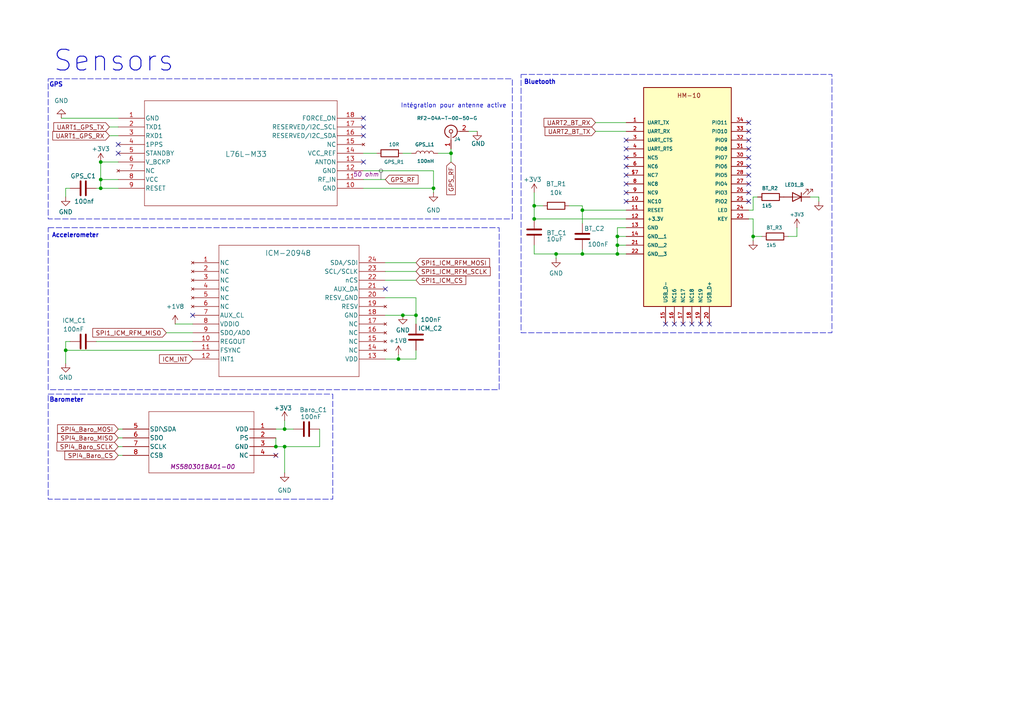
<source format=kicad_sch>
(kicad_sch (version 20231120) (generator "eeschema") (generator_version "8.0")
  (paper "A4")
  (title_block (title "Sensors") (date "2024-11-09") (company "GAUL"))
  (lib_symbols
    (symbol "Connector:Conn_Coaxial" (pin_names (offset 1.016) hide)
      (property "Reference" "J" (at 0.254 3.048 0))
      (property "Value" "Conn_Coaxial" (at 2.921 0 90))
      (symbol "Conn_Coaxial_0_1"
        (arc (start -1.778 -0.508) (mid 0.2311 -1.8066) (end 1.778 0) (stroke (width 0.254)))
        (polyline (pts (xy -2.54 0) (xy -0.508 0)))
        (polyline (pts (xy 0 -2.54) (xy 0 -1.778)))
        (circle (center 0 0) (radius 0.508) (stroke (width 0.2032)))
        (arc (start 1.778 0) (mid 0.2099 1.8101) (end -1.778 0.508) (stroke (width 0.254)))
      )
      (symbol "Conn_Coaxial_1_1"
        (pin passive line (at -5.08 0 0) (length 2.54) (name "In") (number "1"))
        (pin passive line (at 0 -5.08 90) (length 2.54) (name "Ext") (number "2"))
      )
    )
    (symbol "Device:C" (pin_numbers hide) (pin_names (offset 0.254))
      (property "Reference" "C" (at 0.635 2.54 0))
      (property "Value" "C" (at 0.635 -2.54 0))
      (symbol "C_0_1"
        (polyline (pts (xy -2.032 -0.762) (xy 2.032 -0.762)) (stroke (width 0.508)))
        (polyline (pts (xy -2.032 0.762) (xy 2.032 0.762)) (stroke (width 0.508)))
      )
      (symbol "C_1_1"
        (pin passive line (at 0 3.81 270) (length 2.794) (name "~") (number "1"))
        (pin passive line (at 0 -3.81 90) (length 2.794) (name "~") (number "2"))
      )
    )
    (symbol "Device:L" (pin_numbers hide) (pin_names (offset 1.016) hide)
      (property "Reference" "L" (at -1.27 0 90))
      (property "Value" "L" (at 1.905 0 90))
      (symbol "L_0_1"
        (arc (start 0 -2.54) (mid 0.6323 -1.905) (end 0 -1.27))
        (arc (start 0 -1.27) (mid 0.6323 -0.635) (end 0 0))
        (arc (start 0 0) (mid 0.6323 0.635) (end 0 1.27))
        (arc (start 0 1.27) (mid 0.6323 1.905) (end 0 2.54))
      )
      (symbol "L_1_1"
        (pin passive line (at 0 3.81 270) (length 1.27) (name "1") (number "1"))
        (pin passive line (at 0 -3.81 90) (length 1.27) (name "2") (number "2"))
      )
    )
    (symbol "Device:LED" (pin_numbers hide) (pin_names (offset 1.016) hide)
      (property "Reference" "D" (at 0 2.54 0))
      (property "Value" "LED" (at 0 -2.54 0))
      (symbol "LED_0_1"
        (polyline (pts (xy -1.27 -1.27) (xy -1.27 1.27)) (stroke (width 0.254)))
        (polyline (pts (xy -1.27 0) (xy 1.27 0)))
        (polyline (pts (xy 1.27 -1.27) (xy 1.27 1.27) (xy -1.27 0) (xy 1.27 -1.27)) (stroke (width 0.254)))
        (polyline (pts (xy -3.048 -0.762) (xy -4.572 -2.286) (xy -3.81 -2.286) (xy -4.572 -2.286) (xy -4.572 -1.524)))
        (polyline (pts (xy -1.778 -0.762) (xy -3.302 -2.286) (xy -2.54 -2.286) (xy -3.302 -2.286) (xy -3.302 -1.524)))
      )
      (symbol "LED_1_1"
        (pin passive line (at -3.81 0 0) (length 2.54) (name "K") (number "1"))
        (pin passive line (at 3.81 0 180) (length 2.54) (name "A") (number "2"))
      )
    )
    (symbol "Device:R" (pin_numbers hide) (pin_names (offset 0))
      (property "Reference" "R" (at 2.032 0 90))
      (property "Value" "R" (at 0 0 90))
      (symbol "R_0_1"
        (rectangle (start -1.016 -2.54) (end 1.016 2.54) (stroke (width 0.254)))
      )
      (symbol "R_1_1"
        (pin passive line (at 0 3.81 270) (length 1.27) (name "~") (number "1"))
        (pin passive line (at 0 -3.81 90) (length 1.27) (name "~") (number "2"))
      )
    )
    (symbol "ODB_Lib:HM-10" (pin_names (offset 1.016))
      (symbol "HM-10_0_0"
        (rectangle (start 0 -63.5) (end 25.4 0) (stroke (width 0.254)) (fill (type background)))
        (pin bidirectional line (at -5.08 -25.4 0) (length 5.08) (name "NC7") (number "$7"))
        (pin bidirectional line (at -5.08 -10.16 0) (length 5.08) (name "UART_TX") (number "1"))
        (pin bidirectional line (at -5.08 -33.02 0) (length 5.08) (name "NC10") (number "10"))
        (pin bidirectional line (at -5.08 -35.56 0) (length 5.08) (name "RESET") (number "11"))
        (pin bidirectional line (at -5.08 -38.1 0) (length 5.08) (name "+3.3V") (number "12"))
        (pin bidirectional line (at -5.08 -40.64 0) (length 5.08) (name "GND") (number "13"))
        (pin bidirectional line (at -5.08 -43.18 0) (length 5.08) (name "GND__1") (number "14"))
        (pin bidirectional line (at 6.35 -68.58 90) (length 5.08) (name "USB_D-") (number "15"))
        (pin bidirectional line (at 8.89 -68.58 90) (length 5.08) (name "NC16") (number "16"))
        (pin bidirectional line (at 11.43 -68.58 90) (length 5.08) (name "NC17") (number "17"))
        (pin bidirectional line (at 13.97 -68.58 90) (length 5.08) (name "NC18") (number "18"))
        (pin bidirectional line (at 16.51 -68.58 90) (length 5.08) (name "NC19") (number "19"))
        (pin bidirectional line (at -5.08 -12.7 0) (length 5.08) (name "UART_RX") (number "2"))
        (pin bidirectional line (at 19.05 -68.58 90) (length 5.08) (name "USB_D+") (number "20"))
        (pin bidirectional line (at -5.08 -45.72 0) (length 5.08) (name "GND__2") (number "21"))
        (pin bidirectional line (at -5.08 -48.26 0) (length 5.08) (name "GND__3") (number "22"))
        (pin bidirectional line (at 30.48 -38.1 180) (length 5.08) (name "KEY") (number "23"))
        (pin bidirectional line (at 30.48 -35.56 180) (length 5.08) (name "LED") (number "24"))
        (pin bidirectional line (at 30.48 -33.02 180) (length 5.08) (name "PIO2") (number "25"))
        (pin bidirectional line (at 30.48 -30.48 180) (length 5.08) (name "PIO3") (number "26"))
        (pin bidirectional line (at 30.48 -27.94 180) (length 5.08) (name "PIO4") (number "27"))
        (pin bidirectional line (at 30.48 -25.4 180) (length 5.08) (name "PIO5") (number "28"))
        (pin bidirectional line (at 30.48 -22.86 180) (length 5.08) (name "PIO6") (number "29"))
        (pin bidirectional line (at -5.08 -15.24 0) (length 5.08) (name "UART_CTS") (number "3"))
        (pin bidirectional line (at 30.48 -20.32 180) (length 5.08) (name "PIO7") (number "30"))
        (pin bidirectional line (at 30.48 -17.78 180) (length 5.08) (name "PIO8") (number "31"))
        (pin bidirectional line (at 30.48 -15.24 180) (length 5.08) (name "PIO9") (number "32"))
        (pin bidirectional line (at 30.48 -12.7 180) (length 5.08) (name "PIO10") (number "33"))
        (pin bidirectional line (at 30.48 -10.16 180) (length 5.08) (name "PIO11") (number "34"))
        (pin bidirectional line (at -5.08 -17.78 0) (length 5.08) (name "UART_RTS") (number "4"))
        (pin bidirectional line (at -5.08 -20.32 0) (length 5.08) (name "NC5") (number "5"))
        (pin bidirectional line (at -5.08 -22.86 0) (length 5.08) (name "NC6") (number "6"))
        (pin bidirectional line (at -5.08 -27.94 0) (length 5.08) (name "NC8") (number "8"))
        (pin bidirectional line (at -5.08 -30.48 0) (length 5.08) (name "NC9") (number "9"))
      )
      (symbol "HM-10_1_0"
        (text "HM-10" (at 9.652 -3.048 0) (effects (font (size 1.27 1.27)) (justify left bottom)))
      )
    )
    (symbol "ODB_Lib:ICM-20948" (pin_names (offset 0.254))
      (property "Value" "ICM-20948" (at 27.94 3.048 0))
      (symbol "ICM-20948_1_1"
        (polyline (pts (xy 7.62 -33.02) (xy 48.26 -33.02)) (stroke (width 0.127)))
        (polyline (pts (xy 7.62 5.08) (xy 7.62 -33.02)) (stroke (width 0.127)))
        (polyline (pts (xy 48.26 -33.02) (xy 48.26 5.08)) (stroke (width 0.127)))
        (polyline (pts (xy 48.26 5.08) (xy 7.62 5.08)) (stroke (width 0.127)))
        (pin no_connect line (at 0 0 0) (length 7.62) (name "NC") (number "1"))
        (pin output line (at 0 -22.86 0) (length 7.62) (name "REGOUT") (number "10"))
        (pin input line (at 0 -25.4 0) (length 7.62) (name "FSYNC") (number "11"))
        (pin output line (at 0 -27.94 0) (length 7.62) (name "INT1") (number "12"))
        (pin power_in line (at 55.88 -27.94 180) (length 7.62) (name "VDD") (number "13"))
        (pin no_connect line (at 55.88 -25.4 180) (length 7.62) (name "NC") (number "14"))
        (pin no_connect line (at 55.88 -22.86 180) (length 7.62) (name "NC") (number "15"))
        (pin no_connect line (at 55.88 -20.32 180) (length 7.62) (name "NC") (number "16"))
        (pin no_connect line (at 55.88 -17.78 180) (length 7.62) (name "NC") (number "17"))
        (pin power_out line (at 55.88 -15.24 180) (length 7.62) (name "GND") (number "18"))
        (pin no_connect line (at 55.88 -12.7 180) (length 7.62) (name "RESV") (number "19"))
        (pin no_connect line (at 0 -2.54 0) (length 7.62) (name "NC") (number "2"))
        (pin power_out line (at 55.88 -10.16 180) (length 7.62) (name "RESV_GND") (number "20"))
        (pin unspecified line (at 55.88 -7.62 180) (length 7.62) (name "AUX_DA") (number "21"))
        (pin input line (at 55.88 -5.08 180) (length 7.62) (name "nCS") (number "22"))
        (pin input line (at 55.88 -2.54 180) (length 7.62) (name "SCL/SCLK") (number "23"))
        (pin input line (at 55.88 0 180) (length 7.62) (name "SDA/SDI") (number "24"))
        (pin no_connect line (at 0 -5.08 0) (length 7.62) (name "NC") (number "3"))
        (pin no_connect line (at 0 -7.62 0) (length 7.62) (name "NC") (number "4"))
        (pin no_connect line (at 0 -10.16 0) (length 7.62) (name "NC") (number "5"))
        (pin no_connect line (at 0 -12.7 0) (length 7.62) (name "NC") (number "6"))
        (pin unspecified line (at 0 -15.24 0) (length 7.62) (name "AUX_CL") (number "7"))
        (pin power_in line (at 0 -17.78 0) (length 7.62) (name "VDDIO") (number "8"))
        (pin bidirectional line (at 0 -20.32 0) (length 7.62) (name "SDO/AD0") (number "9"))
      )
    )
    (symbol "ODB_Lib:L76L-M33" (pin_names (offset 0.254))
      (property "Value" "L76L-M33" (at 33.274 3.556 0))
      (symbol "L76L-M33_0_1"
        (polyline (pts (xy 7.62 -25.4) (xy 63.5 -25.4)) (stroke (width 0.127)))
        (polyline (pts (xy 7.62 5.08) (xy 7.62 -25.4)) (stroke (width 0.127)))
        (polyline (pts (xy 63.5 -25.4) (xy 63.5 5.08)) (stroke (width 0.127)))
        (polyline (pts (xy 63.5 5.08) (xy 7.62 5.08)) (stroke (width 0.127)))
        (pin power_out line (at 0 0 0) (length 7.62) (name "GND") (number "1"))
        (pin power_out line (at 71.12 -20.32 180) (length 7.62) (name "GND") (number "10"))
        (pin input line (at 71.12 -17.78 180) (length 7.62) (name "RF_IN") (number "11"))
        (pin power_out line (at 71.12 -15.24 180) (length 7.62) (name "GND") (number "12"))
        (pin output line (at 71.12 -12.7 180) (length 7.62) (name "ANTON") (number "13"))
        (pin power_in line (at 71.12 -10.16 180) (length 7.62) (name "VCC_REF") (number "14"))
        (pin no_connect line (at 71.12 -7.62 180) (length 7.62) (name "NC") (number "15"))
        (pin bidirectional line (at 71.12 -5.08 180) (length 7.62) (name "RESERVED/I2C_SDA") (number "16"))
        (pin bidirectional line (at 71.12 -2.54 180) (length 7.62) (name "RESERVED/I2C_SCL") (number "17"))
        (pin input line (at 71.12 0 180) (length 7.62) (name "FORCE_ON") (number "18"))
        (pin output line (at 0 -2.54 0) (length 7.62) (name "TXD1") (number "2"))
        (pin input line (at 0 -5.08 0) (length 7.62) (name "RXD1") (number "3"))
        (pin output line (at 0 -7.62 0) (length 7.62) (name "1PPS") (number "4"))
        (pin input line (at 0 -10.16 0) (length 7.62) (name "STANDBY") (number "5"))
        (pin power_in line (at 0 -12.7 0) (length 7.62) (name "V_BCKP") (number "6"))
        (pin no_connect line (at 0 -15.24 0) (length 7.62) (name "NC") (number "7"))
        (pin power_in line (at 0 -17.78 0) (length 7.62) (name "VCC") (number "8"))
        (pin input line (at 0 -20.32 0) (length 7.62) (name "RESET") (number "9"))
      )
    )
    (symbol "ODB_Lib:MS580301BA01-00" (pin_names (offset 0.254))
      (property "Datasheet" "MS580301BA01-00" (at 22.606 3.556 0))
      (symbol "MS580301BA01-00_0_1"
        (polyline (pts (xy 7.62 -12.7) (xy 38.1 -12.7)) (stroke (width 0.127)))
        (polyline (pts (xy 7.62 5.08) (xy 7.62 -12.7)) (stroke (width 0.127)))
        (polyline (pts (xy 38.1 -12.7) (xy 38.1 5.08)) (stroke (width 0.127)))
        (polyline (pts (xy 38.1 5.08) (xy 7.62 5.08)) (stroke (width 0.127)))
        (pin no_connect line (at 44.45 -7.62 180) (length 7.62) (name "NC") (number "4"))
      )
      (symbol "MS580301BA01-00_1_1"
        (pin power_in line (at 44.45 0 180) (length 7.62) (name "VDD") (number "1"))
        (pin input line (at 44.45 -2.54 180) (length 7.62) (name "PS") (number "2"))
        (pin power_out line (at 44.45 -5.08 180) (length 7.62) (name "GND") (number "3"))
        (pin input line (at 0 0 0) (length 7.62) (name "SDI\\SDA") (number "5"))
        (pin output line (at 0 -2.54 0) (length 7.62) (name "SDO") (number "6"))
        (pin input line (at 0 -5.08 0) (length 7.62) (name "SCLK") (number "7"))
        (pin input line (at 0 -7.62 0) (length 7.62) (name "CSB") (number "8"))
      )
    )
    (symbol "power:+1V8" (power) (pin_numbers hide) (pin_names (offset 0) hide)
      (property "Value" "+1V8" (at 0 3.556 0))
      (symbol "+1V8_0_1"
        (polyline (pts (xy -0.762 1.27) (xy 0 2.54)))
        (polyline (pts (xy 0 0) (xy 0 2.54)))
        (polyline (pts (xy 0 2.54) (xy 0.762 1.27)))
      )
      (symbol "+1V8_1_1"
        (pin power_in line (at 0 0 90) (length 0) (name "~") (number "1"))
      )
    )
    (symbol "power:+3V3" (power) (pin_numbers hide) (pin_names (offset 0) hide)
      (property "Value" "+3V3" (at 0 3.556 0))
      (symbol "+3V3_0_1"
        (polyline (pts (xy -0.762 1.27) (xy 0 2.54)))
        (polyline (pts (xy 0 0) (xy 0 2.54)))
        (polyline (pts (xy 0 2.54) (xy 0.762 1.27)))
      )
      (symbol "+3V3_1_1"
        (pin power_in line (at 0 0 90) (length 0) (name "~") (number "1"))
      )
    )
    (symbol "power:GND" (power) (pin_numbers hide) (pin_names (offset 0) hide)
      (property "Value" "GND" (at 0 -3.81 0))
      (symbol "GND_0_1"
        (polyline (pts (xy 0 0) (xy 0 -1.27) (xy 1.27 -1.27) (xy 0 -2.54) (xy -1.27 -1.27) (xy 0 -1.27)))
      )
      (symbol "GND_1_1"
        (pin power_in line (at 0 0 270) (length 0) (name "~") (number "1"))
      )
    )
  )
  (junction (at 154.94 63.5))
  (junction (at 19.05 101.6))
  (junction (at 29.21 52.07))
  (junction (at 179.07 68.58))
  (junction (at 168.91 60.96))
  (junction (at 179.07 71.12))
  (junction (at 125.73 54.61))
  (junction (at 130.81 44.45))
  (junction (at 179.07 73.66))
  (junction (at 218.44 68.58))
  (junction (at 115.57 104.14))
  (junction (at 80.01 129.54))
  (junction (at 154.94 59.69))
  (junction (at 82.55 129.54))
  (junction (at 168.91 73.66))
  (junction (at 82.55 124.46))
  (junction (at 29.21 46.99))
  (junction (at 161.29 73.66))
  (junction (at 116.84 91.44))
  (junction (at 29.21 54.61))
  (junction (at 120.65 91.44))
  (no_connect (at 198.12 93.98))
  (no_connect (at 217.17 50.8))
  (no_connect (at 217.17 40.64))
  (no_connect (at 217.17 48.26))
  (no_connect (at 105.41 34.29))
  (no_connect (at 217.17 55.88))
  (no_connect (at 181.61 55.88))
  (no_connect (at 217.17 43.18))
  (no_connect (at 55.88 91.44))
  (no_connect (at 203.2 93.98))
  (no_connect (at 105.41 39.37))
  (no_connect (at 195.58 93.98))
  (no_connect (at 205.74 93.98))
  (no_connect (at 34.29 41.91))
  (no_connect (at 181.61 43.18))
  (no_connect (at 217.17 58.42))
  (no_connect (at 181.61 40.64))
  (no_connect (at 181.61 50.8))
  (no_connect (at 181.61 48.26))
  (no_connect (at 181.61 53.34))
  (no_connect (at 80.01 132.08))
  (no_connect (at 200.66 93.98))
  (no_connect (at 217.17 38.1))
  (no_connect (at 111.76 83.82))
  (no_connect (at 193.04 93.98))
  (no_connect (at 105.41 46.99))
  (no_connect (at 217.17 45.72))
  (no_connect (at 105.41 36.83))
  (no_connect (at 181.61 45.72))
  (no_connect (at 217.17 35.56))
  (no_connect (at 34.29 44.45))
  (no_connect (at 181.61 58.42))
  (no_connect (at 217.17 53.34))
  (wire (pts (xy 116.84 91.44) (xy 120.65 91.44)))
  (wire (pts (xy 80.01 129.54) (xy 82.55 129.54)))
  (wire (pts (xy 111.76 76.2) (xy 120.65 76.2)))
  (wire (pts (xy 179.07 66.04) (xy 181.61 66.04)))
  (wire (pts (xy 237.49 57.15) (xy 237.49 58.42)))
  (wire (pts (xy 179.07 71.12) (xy 179.07 68.58)))
  (wire (pts (xy 34.29 54.61) (xy 29.21 54.61)))
  (wire (pts (xy 168.91 59.69) (xy 168.91 60.96)))
  (wire (pts (xy 111.76 86.36) (xy 120.65 86.36)))
  (wire (pts (xy 120.65 104.14) (xy 120.65 101.6)))
  (wire (pts (xy 80.01 127) (xy 80.01 129.54)))
  (wire (pts (xy 92.71 124.46) (xy 92.71 129.54)))
  (wire (pts (xy 29.21 52.07) (xy 29.21 46.99)))
  (wire (pts (xy 55.88 96.52) (xy 48.26 96.52)))
  (wire (pts (xy 130.81 43.18) (xy 130.81 44.45)))
  (wire (pts (xy 154.94 73.66) (xy 161.29 73.66)))
  (wire (pts (xy 19.05 99.06) (xy 20.32 99.06)))
  (wire (pts (xy 31.75 36.83) (xy 34.29 36.83)))
  (wire (pts (xy 34.29 52.07) (xy 29.21 52.07)))
  (wire (pts (xy 154.94 63.5) (xy 181.61 63.5)))
  (wire (pts (xy 31.75 39.37) (xy 34.29 39.37)))
  (wire (pts (xy 161.29 74.93) (xy 161.29 73.66)))
  (wire (pts (xy 34.29 127) (xy 35.56 127)))
  (wire (pts (xy 127 44.45) (xy 130.81 44.45)))
  (wire (pts (xy 19.05 99.06) (xy 19.05 101.6)))
  (wire (pts (xy 115.57 102.87) (xy 115.57 104.14)))
  (wire (pts (xy 165.1 59.69) (xy 168.91 59.69)))
  (wire (pts (xy 168.91 60.96) (xy 181.61 60.96)))
  (wire (pts (xy 228.6 68.58) (xy 231.14 68.58)))
  (wire (pts (xy 120.65 91.44) (xy 120.65 93.98)))
  (wire (pts (xy 154.94 55.88) (xy 154.94 59.69)))
  (wire (pts (xy 29.21 54.61) (xy 29.21 52.07)))
  (wire (pts (xy 179.07 68.58) (xy 179.07 66.04)))
  (wire (pts (xy 138.43 38.1) (xy 135.89 38.1)))
  (wire (pts (xy 111.76 78.74) (xy 120.65 78.74)))
  (wire (pts (xy 116.84 44.45) (xy 119.38 44.45)))
  (wire (pts (xy 172.72 35.56) (xy 181.61 35.56)))
  (wire (pts (xy 34.29 129.54) (xy 35.56 129.54)))
  (wire (pts (xy 218.44 60.96) (xy 217.17 60.96)))
  (wire (pts (xy 218.44 57.15) (xy 219.71 57.15)))
  (wire (pts (xy 115.57 104.14) (xy 120.65 104.14)))
  (wire (pts (xy 181.61 71.12) (xy 179.07 71.12)))
  (wire (pts (xy 168.91 73.66) (xy 168.91 72.39)))
  (wire (pts (xy 120.65 86.36) (xy 120.65 91.44)))
  (wire (pts (xy 50.8 93.98) (xy 55.88 93.98)))
  (wire (pts (xy 181.61 68.58) (xy 179.07 68.58)))
  (wire (pts (xy 125.73 49.53) (xy 125.73 54.61)))
  (wire (pts (xy 172.72 38.1) (xy 181.61 38.1)))
  (wire (pts (xy 217.17 63.5) (xy 218.44 63.5)))
  (wire (pts (xy 82.55 124.46) (xy 85.09 124.46)))
  (wire (pts (xy 105.41 44.45) (xy 109.22 44.45)))
  (wire (pts (xy 29.21 46.99) (xy 34.29 46.99)))
  (wire (pts (xy 161.29 73.66) (xy 168.91 73.66)))
  (wire (pts (xy 125.73 55.88) (xy 125.73 54.61)))
  (wire (pts (xy 34.29 124.46) (xy 35.56 124.46)))
  (wire (pts (xy 105.41 49.53) (xy 125.73 49.53)))
  (wire (pts (xy 218.44 68.58) (xy 218.44 69.85)))
  (wire (pts (xy 218.44 57.15) (xy 218.44 60.96)))
  (wire (pts (xy 234.95 57.15) (xy 237.49 57.15)))
  (wire (pts (xy 218.44 68.58) (xy 220.98 68.58)))
  (wire (pts (xy 92.71 129.54) (xy 82.55 129.54)))
  (wire (pts (xy 105.41 54.61) (xy 125.73 54.61)))
  (wire (pts (xy 80.01 124.46) (xy 82.55 124.46)))
  (wire (pts (xy 218.44 63.5) (xy 218.44 68.58)))
  (wire (pts (xy 34.29 132.08) (xy 35.56 132.08)))
  (wire (pts (xy 19.05 101.6) (xy 19.05 105.41)))
  (wire (pts (xy 27.94 99.06) (xy 55.88 99.06)))
  (wire (pts (xy 111.76 91.44) (xy 116.84 91.44)))
  (wire (pts (xy 111.76 81.28) (xy 120.65 81.28)))
  (wire (pts (xy 179.07 71.12) (xy 179.07 73.66)))
  (wire (pts (xy 130.81 46.99) (xy 130.81 44.45)))
  (wire (pts (xy 168.91 73.66) (xy 179.07 73.66)))
  (wire (pts (xy 82.55 129.54) (xy 82.55 137.16)))
  (wire (pts (xy 55.88 101.6) (xy 19.05 101.6)))
  (wire (pts (xy 111.76 104.14) (xy 115.57 104.14)))
  (wire (pts (xy 105.41 52.07) (xy 111.76 52.07)))
  (wire (pts (xy 19.05 54.61) (xy 19.05 57.15)))
  (wire (pts (xy 27.94 54.61) (xy 29.21 54.61)))
  (wire (pts (xy 34.29 34.29) (xy 17.78 34.29)))
  (wire (pts (xy 82.55 121.92) (xy 82.55 124.46)))
  (wire (pts (xy 154.94 71.12) (xy 154.94 73.66)))
  (wire (pts (xy 20.32 54.61) (xy 19.05 54.61)))
  (wire (pts (xy 168.91 60.96) (xy 168.91 64.77)))
  (wire (pts (xy 154.94 59.69) (xy 157.48 59.69)))
  (wire (pts (xy 231.14 68.58) (xy 231.14 66.04)))
  (wire (pts (xy 154.94 59.69) (xy 154.94 63.5)))
  (wire (pts (xy 181.61 73.66) (xy 179.07 73.66)))
  (rectangle (start 151.13 21.59) (end 241.3 96.52) (stroke (width 0) (type dash)))
  (rectangle (start 13.97 66.04) (end 144.78 113.03) (stroke (width 0) (type dash)))
  (rectangle (start 13.97 22.86) (end 148.59 63.5) (stroke (width 0) (type dash)))
  (rectangle (start 13.97 114.3) (end 96.52 144.78) (stroke (width 0) (type dash)))
  (text "Accelerometer" (at 14.986 69.088 0) (effects (font (size 1.27 1.27) (thickness 0.254) (bold yes)) (justify left bottom)))
  (text "Sensors" (at 33.02 17.78 0) (effects (font (size 6 6) (thickness 0.254) (bold yes))))
  (text "GPS" (at 14.224 25.4 0) (effects (font (size 1.27 1.27) (thickness 0.254) (bold yes)) (justify left bottom)))
  (text "Bluetooth" (at 151.892 24.638 0) (effects (font (size 1.27 1.27) (thickness 0.254) (bold yes)) (justify left bottom)))
  (text "Barometer" (at 19.304 116.078 0) (effects (font (size 1.27 1.27) (thickness 0.254) (bold yes))))
  (text "Intégration pour antenne active" (at 131.572 30.734 0) (effects (font (size 1.27 1.27))))
  (global_label "GPS_RF" (shape input) (at 130.81 46.99 270) (property "Intersheetrefs" "${INTERSHEET_REFS}" (effects (hide yes))))
  (global_label "SPI1_ICM_RFM_MISO" (shape input) (at 48.26 96.52 180) (property "Intersheetrefs" "${INTERSHEET_REFS}" (effects (hide yes))))
  (global_label "SPI4_Baro_CS" (shape input) (at 34.29 132.08 180) (property "Intersheetrefs" "${INTERSHEET_REFS}" (effects (hide yes))))
  (global_label "UART1_GPS_TX" (shape input) (at 31.75 36.83 180) (property "Intersheetrefs" "${INTERSHEET_REFS}" (effects (hide yes))))
  (global_label "SPI1_ICM_RFM_SCLK" (shape input) (at 120.65 78.74 0) (property "Intersheetrefs" "${INTERSHEET_REFS}" (effects (hide yes))))
  (global_label "SPI4_Baro_MISO" (shape input) (at 34.29 127 180) (property "Intersheetrefs" "${INTERSHEET_REFS}" (effects (hide yes))))
  (global_label "ICM_INT" (shape input) (at 55.88 104.14 180) (property "Intersheetrefs" "${INTERSHEET_REFS}" (effects (hide yes))))
  (global_label "SPI1_ICM_CS" (shape input) (at 120.65 81.28 0) (property "Intersheetrefs" "${INTERSHEET_REFS}" (effects (hide yes))))
  (global_label "UART2_BT_RX" (shape input) (at 172.72 35.56 180) (property "Intersheetrefs" "${INTERSHEET_REFS}" (effects (hide yes))))
  (global_label "SPI4_Baro_MOSI" (shape input) (at 34.29 124.46 180) (property "Intersheetrefs" "${INTERSHEET_REFS}" (effects (hide yes))))
  (global_label "UART2_BT_TX" (shape input) (at 172.72 38.1 180) (property "Intersheetrefs" "${INTERSHEET_REFS}" (effects (hide yes))))
  (global_label "SPI4_Baro_SCLK" (shape input) (at 34.29 129.54 180) (property "Intersheetrefs" "${INTERSHEET_REFS}" (effects (hide yes))))
  (global_label "GPS_RF" (shape input) (at 111.76 52.07 0) (property "Intersheetrefs" "${INTERSHEET_REFS}" (effects (hide yes))))
  (global_label "UART1_GPS_RX" (shape input) (at 31.75 39.37 180) (property "Intersheetrefs" "${INTERSHEET_REFS}" (effects (hide yes))))
  (global_label "SPI1_ICM_RFM_MOSI" (shape input) (at 120.65 76.2 0) (property "Intersheetrefs" "${INTERSHEET_REFS}" (effects (hide yes))))
  (netclass_flag "" (length 2.54) (shape round) (at 110.49 52.07 0) (property "50 ohm" "50 ohm" (at 102.362 50.546 0) (effects (font (italic yes)) (justify left))))
  (symbol (lib_id "power:+3V3") (at 154.94 55.88 0) (unit 1)
    (property "Reference" "#PWR062" (effects (hide yes)))
    (property "Value" "+3V3" (at 154.432 52.07 0))
    (property "Description" "Power symbol creates a global label with name \"+3V3\"" (effects (hide yes)))
  )
  (symbol (lib_id "power:+1V8") (at 50.8 93.98 0) (unit 1)
    (property "Reference" "#PWR054" (effects (hide yes)))
    (property "Value" "+1V8" (at 50.8 88.9 0))
    (property "Description" "Power symbol creates a global label with name \"+1V8\"" (effects (hide yes)))
  )
  (symbol (lib_id "Device:LED") (at 231.14 57.15 180) (unit 1)
    (property "Reference" "LED_BT1" (effects (hide yes)))
    (property "Value" "LED1_B" (at 227.584 53.594 0) (effects (font (size 1 1)) (justify right)))
    (property "Footprint" "LED_SMD:LED_0805_2012Metric" (effects (hide yes)))
  )
  (symbol (lib_id "power:+3V3") (at 115.57 102.87 0) (unit 1)
    (property "Reference" "#PWR055" (effects (hide yes)))
    (property "Value" "+1V8" (at 112.776 98.806 0) (effects (justify left)))
    (property "Description" "Power symbol creates a global label with name \"+3V3\"" (effects (hide yes)))
  )
  (symbol (lib_id "Device:R") (at 161.29 59.69 270) (unit 1)
    (property "Reference" "BT_R1" (at 161.29 53.34 90))
    (property "Value" "10k" (at 161.29 55.88 90))
    (property "Footprint" "Resistor_SMD:R_0805_2012Metric" (effects (hide yes)))
    (property "Description" "Resistor" (effects (hide yes)))
  )
  (symbol (lib_id "Device:R") (at 223.52 57.15 90) (unit 1)
    (property "Reference" "BT_R2" (at 220.98 54.61 90) (effects (font (size 1 1)) (justify right)))
    (property "Value" "1k5" (at 220.98 59.69 90) (effects (font (size 1 1)) (justify right)))
    (property "Footprint" "Resistor_SMD:R_0805_2012Metric" (effects (hide yes)))
  )
  (symbol (lib_id "power:GND") (at 82.55 137.16 0) (unit 1)
    (property "Reference" "#PWR058" (effects (hide yes)))
    (property "Value" "GND" (at 82.55 142.24 0))
    (property "Description" "Power symbol creates a global label with name \"GND\" , ground" (effects (hide yes)))
  )
  (symbol (lib_id "power:GND") (at 19.05 105.41 0) (unit 1)
    (property "Reference" "#PWR053" (effects (hide yes)))
    (property "Value" "GND" (at 19.05 109.474 0))
    (property "Description" "Power symbol creates a global label with name \"GND\" , ground" (effects (hide yes)))
  )
  (symbol (lib_id "Device:R") (at 224.79 68.58 90) (unit 1)
    (property "Reference" "BT_R3" (at 222.25 66.04 90) (effects (font (size 1 1)) (justify right)))
    (property "Value" "1k5" (at 222.25 71.12 90) (effects (font (size 1 1)) (justify right)))
    (property "Footprint" "Resistor_SMD:R_0805_2012Metric" (effects (hide yes)))
  )
  (symbol (lib_id "Device:R") (at 113.03 44.45 270) (unit 1)
    (property "Reference" "GPS_R1" (at 114.3 46.99 90) (effects (font (size 1 1))))
    (property "Value" "10R" (at 114.3 41.91 90) (effects (font (size 1 1))))
    (property "Footprint" "Resistor_SMD:R_0805_2012Metric" (effects (hide yes)))
  )
  (symbol (lib_id "Device:C") (at 24.13 54.61 90) (unit 1)
    (property "Reference" "GPS_C1" (at 24.13 51.054 90))
    (property "Value" "100nf" (at 24.384 58.42 90))
    (property "Footprint" "Capacitor_SMD:C_0805_2012Metric" (effects (hide yes)))
    (property "Description" "Unpolarized capacitor" (effects (hide yes)))
  )
  (symbol (lib_id "Device:C") (at 154.94 67.31 0) (unit 1)
    (property "Reference" "BT_C1" (at 158.496 67.564 0) (effects (justify left)))
    (property "Value" "10uF" (at 158.496 69.342 0) (effects (justify left)))
    (property "Footprint" "Capacitor_SMD:C_0805_2012Metric" (effects (hide yes)))
    (property "Description" "Unpolarized capacitor" (effects (hide yes)))
  )
  (symbol (lib_id "power:+3V3") (at 29.21 46.99 0) (unit 1)
    (property "Reference" "#PWR049" (effects (hide yes)))
    (property "Value" "+3V3" (at 29.21 43.18 0))
    (property "Description" "Power symbol creates a global label with name \"+3V3\"" (effects (hide yes)))
  )
  (symbol (lib_id "power:+3V3") (at 82.55 121.92 0) (unit 1)
    (property "Reference" "#PWR057" (effects (hide yes)))
    (property "Value" "+3V3" (at 82.042 118.364 0))
    (property "Description" "Power symbol creates a global label with name \"+3V3\"" (effects (hide yes)))
  )
  (symbol (lib_id "Device:C") (at 168.91 68.58 0) (unit 1)
    (property "Reference" "BT_C2" (at 169.418 66.294 0) (effects (justify left)))
    (property "Value" "100nF" (at 170.434 70.866 0) (effects (justify left)))
    (property "Footprint" "Capacitor_SMD:C_0805_2012Metric" (effects (hide yes)))
    (property "Description" "Unpolarized capacitor" (effects (hide yes)))
  )
  (symbol (lib_id "ODB_Lib:HM-10") (at 186.69 25.4 0) (unit 1)
    (property "Reference" "E1" (effects (hide yes)))
    (property "Value" "HM-10" (effects (hide yes)))
    (property "Footprint" "ODB:HM-10" (effects (hide yes)))
    (property "MF" "Jinan Huamao Technology" (effects (hide yes)))
    (property "Description_1" "\n                        \n                            Bluetooth 4.0 module with 4pin base board that can support iphone4s or later.\n                        \n" (effects (hide yes)))
    (property "Package" "Package" (effects (hide yes)))
    (property "Price" "None" (effects (hide yes)))
    (property "SnapEDA_Link" "https://www.snapeda.com/parts/HM-10/Jinan+Huamao+Technology/view-part/?ref=snap" (effects (hide yes)))
    (property "MP" "HM-10" (effects (hide yes)))
    (property "Availability" "Not in stock" (effects (hide yes)))
    (property "Check_prices" "https://www.snapeda.com/parts/HM-10/Jinan+Huamao+Technology/view-part/?ref=eda" (effects (hide yes)))
  )
  (symbol (lib_id "power:GND") (at 19.05 57.15 0) (unit 1)
    (property "Reference" "#PWR050" (effects (hide yes)))
    (property "Value" "GND" (at 19.05 61.468 0))
    (property "Description" "Power symbol creates a global label with name \"GND\" , ground" (effects (hide yes)))
  )
  (symbol (lib_id "power:GND") (at 218.44 69.85 0) (unit 1)
    (property "Reference" "#PWR064" (effects (hide yes)))
    (property "Value" "GND" (effects (hide yes)))
  )
  (symbol (lib_id "power:GND") (at 116.84 91.44 0) (unit 1)
    (property "Reference" "#PWR056" (effects (hide yes)))
    (property "Value" "GND" (at 116.84 95.758 0))
    (property "Description" "Power symbol creates a global label with name \"GND\" , ground" (effects (hide yes)))
  )
  (symbol (lib_id "power:GND") (at 125.73 55.88 0) (unit 1)
    (property "Reference" "#PWR051" (effects (hide yes)))
    (property "Value" "GND" (at 125.73 60.96 0))
    (property "Description" "Power symbol creates a global label with name \"GND\" , ground" (effects (hide yes)))
  )
  (symbol (lib_id "ODB_Lib:ICM-20948") (at 55.88 76.2 0) (unit 1)
    (property "Reference" "U6" (effects (hide yes)))
    (property "Value" "ICM-20948" (at 83.566 73.406 0) (effects (font (size 1.524 1.524))))
    (property "Footprint" "ODB:ICM-L" (effects (hide yes)))
    (property "Datasheet" "ICM-20948" (effects (hide yes)))
  )
  (symbol (lib_id "power:GND") (at 237.49 58.42 0) (unit 1)
    (property "Reference" "#PWR066" (effects (hide yes)))
    (property "Value" "GND" (effects (hide yes)))
  )
  (symbol (lib_id "Device:C") (at 24.13 99.06 270) (unit 1)
    (property "Reference" "ICM_C1" (at 18.034 92.964 90) (effects (justify left)))
    (property "Value" "100nF" (at 18.288 95.504 90) (effects (justify left)))
    (property "Footprint" "Capacitor_SMD:C_0805_2012Metric" (effects (hide yes)))
    (property "Description" "Unpolarized capacitor" (effects (hide yes)))
  )
  (symbol (lib_id "power:GND") (at 161.29 74.93 0) (unit 1)
    (property "Reference" "#PWR063" (effects (hide yes)))
    (property "Value" "GND" (at 161.29 79.248 0))
    (property "Description" "Power symbol creates a global label with name \"GND\" , ground" (effects (hide yes)))
  )
  (symbol (lib_id "ODB_Lib:MS580301BA01-00") (at 35.56 124.46 0) (unit 1)
    (property "Reference" "U7" (effects (hide yes)))
    (property "Value" "MS580301BA01-00" (effects (hide yes)))
    (property "Footprint" "ODB:MS5803-01BA01_TEC" (effects (hide yes)))
    (property "Datasheet" "MS580301BA01-00" (at 58.674 135.382 0) (effects (font (italic yes))))
  )
  (symbol (lib_id "power:GND") (at 138.43 38.1 0) (unit 1)
    (property "Reference" "#PWR052" (effects (hide yes)))
    (property "Value" "GND" (at 138.684 41.656 0))
    (property "Description" "Power symbol creates a global label with name \"GND\" , ground" (effects (hide yes)))
  )
  (symbol (lib_id "Device:C") (at 88.9 124.46 270) (mirror x) (unit 1)
    (property "Reference" "Baro_C1" (at 86.868 118.872 90) (effects (justify left)))
    (property "Value" "100nF" (at 87.122 120.904 90) (effects (justify left)))
    (property "Footprint" "Capacitor_SMD:C_0805_2012Metric" (effects (hide yes)))
    (property "Description" "Unpolarized capacitor" (effects (hide yes)))
  )
  (symbol (lib_id "power:+3V3") (at 231.14 66.04 0) (unit 1)
    (property "Reference" "#PWR065" (effects (hide yes)))
    (property "Value" "+3V3" (at 231.14 62.23 0) (effects (font (size 1 1))))
  )
  (symbol (lib_id "Connector:Conn_Coaxial") (at 130.81 38.1 90) (unit 1)
    (property "Reference" "J4" (at 133.604 40.386 90) (effects (font (size 1 1)) (justify left)))
    (property "Value" "RF2-04A-T-00-50-G" (at 138.43 34.29 90) (effects (font (size 1 1)) (justify left)))
    (property "Footprint" "Connector_Coaxial:SMA_Wurth_60312002114503_Vertical" (effects (hide yes)))
    (property "Datasheet" " ~" (effects (hide yes)))
  )
  (symbol (lib_id "power:GND") (at 17.78 34.29 0) (mirror x) (unit 1)
    (property "Reference" "#PWR048" (effects (hide yes)))
    (property "Value" "GND" (at 17.78 29.21 0))
    (property "Description" "Power symbol creates a global label with name \"GND\" , ground" (effects (hide yes)))
  )
  (symbol (lib_id "Device:L") (at 123.19 44.45 90) (unit 1)
    (property "Reference" "GPS_L1" (at 123.19 41.91 90) (effects (font (size 1 1))))
    (property "Value" "100nH" (at 123.444 46.736 90) (effects (font (size 1 1))))
    (property "Footprint" "Inductor_SMD:L_0805_2012Metric" (effects (hide yes)))
  )
  (symbol (lib_id "Device:C") (at 120.65 97.79 180) (unit 1)
    (property "Reference" "ICM_C2" (at 128.27 95.25 0) (effects (justify left)))
    (property "Value" "100nF" (at 128.016 92.71 0) (effects (justify left)))
    (property "Footprint" "Capacitor_SMD:C_0805_2012Metric" (effects (hide yes)))
    (property "Description" "Unpolarized capacitor" (effects (hide yes)))
  )
  (symbol (lib_id "ODB_Lib:L76L-M33") (at 34.29 34.29 0) (unit 1)
    (property "Reference" "U5" (effects (hide yes)))
    (property "Value" "L76L-M33" (at 71.374 44.704 0) (effects (font (size 1.524 1.524))))
    (property "Footprint" "ODB:L76_QWS" (effects (hide yes)))
    (property "Datasheet" "L76L-M33" (effects (hide yes)))
  )
)
</source>
